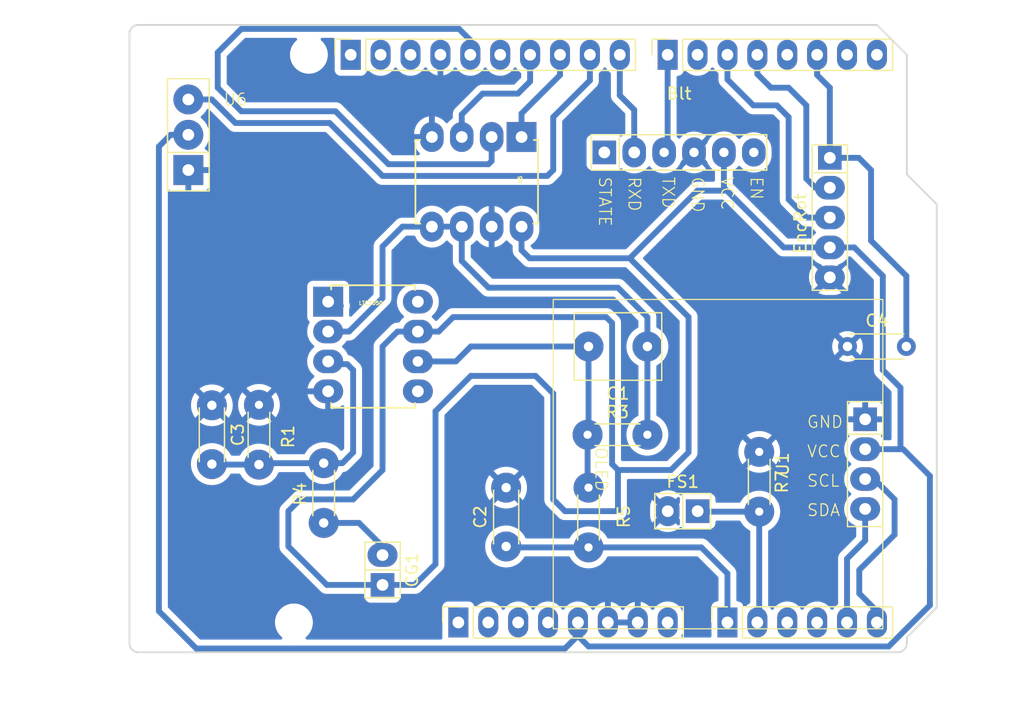
<source format=kicad_pcb>
(kicad_pcb (version 20241229) (generator "pcbnew") (generator_version "9.0")
  (title_block (title "Empreinte PCB") (date "mar. 31 mars 2015") (rev "1.6") (company "INSA Toulouse (DUBREUIL-HOLM-TRUONG)"))
  (layers (0 "F.Cu" signal) (2 "B.Cu" signal) (13 "F.Paste" user) (15 "B.Paste" user) (5 "F.SilkS" user "F.Silkscreen") (7 "B.SilkS" user "B.Silkscreen") (1 "F.Mask" user) (3 "B.Mask" user) (25 "Edge.Cuts" user))
  (net 0 "")
  (net 1 "GND")
  (net 3 "+5V")
  (net 4 "/IOREF")
  (net 5 "Sortie Capteur")
  (net 6 "/A2")
  (net 7 "/A3")
  (net 8 "/AREF")
  (net 9 "/12")
  (net 10 "/*6")
  (net 11 "/TX{slash}1")
  (net 12 "/*3")
  (net 13 "/RX{slash}0")
  (net 14 "+3V3")
  (net 15 "VCC")
  (net 16 "/~{RESET}")
  (net 17 "TXD")
  (net 18 "SCL")
  (net 19 "RXD")
  (net 20 "SDA")
  (net 23 "CLK")
  (net 24 "DT")
  (net 25 "SW")
  (net 26 "ADC")
  (net 27 "SDI")
  (net 28 "SCK")
  (net 29 "SS")
  (net 30 "/A5")
  (net 31 "/A4")
  (net 32 "Net-(LTC1050-OUT)")
  (net 33 "Net-(LTC1050-+IN)")
  (net 34 "PWR")
  (net 36 "unconnected-(LTC1050-NC-Pad8)")
  (net 37 "unconnected-(LTC1050-NC_2-Pad1)")
  (net 38 "FS")
  (net 39 "Net-(LTC1050--IN)")
  (footprint "Connector_PinSocket_2.54mm:PinSocket_1x08_P2.54mm_Vertical" (layer "F.Cu") (at 127.94 97.46 90)
    (property "Reference" "J1" (hide yes))
    (property "Value" "Power")
    (fp_line (start 1.33 -1.33) (end 1.33 0) (stroke (width 0.12)) (layer "F.SilkS"))
    (fp_line (start 0 -1.33) (end 1.33 -1.33) (stroke (width 0.12)) (layer "F.SilkS"))
    (fp_line (start 1.33 1.27) (end 1.33 19.11) (stroke (width 0.12)) (layer "F.SilkS"))
    (fp_line (start -1.33 1.27) (end 1.33 1.27) (stroke (width 0.12)) (layer "F.SilkS"))
    (fp_line (start -1.33 1.27) (end -1.33 19.11) (stroke (width 0.12)) (layer "F.SilkS"))
    (fp_line (start -1.33 19.11) (end 1.33 19.11) (stroke (width 0.12)) (layer "F.SilkS"))
    (pad "1" thru_hole rect (at 0 0 90) (size 2.54 1.7) (drill 1) (layers "*.Cu" "*.Mask"))
    (pad "2" thru_hole oval (at 0 2.54 90) (size 2.54 1.7) (drill 1) (layers "*.Cu" "*.Mask") (net 4 "/IOREF"))
    (pad "3" thru_hole oval (at 0 5.08 90) (size 2.54 1.7) (drill 1) (layers "*.Cu" "*.Mask") (net 16 "/~{RESET}"))
    (pad "4" thru_hole oval (at 0 7.62 90) (size 2.54 1.7) (drill 1) (layers "*.Cu" "*.Mask") (net 14 "+3V3"))
    (pad "5" thru_hole oval (at 0 10.16 90) (size 2.54 1.7) (drill 1) (layers "*.Cu" "*.Mask") (net 3 "+5V"))
    (pad "6" thru_hole oval (at 0 12.7 90) (size 2.54 1.7) (drill 1) (layers "*.Cu" "*.Mask") (net 1 "GND"))
    (pad "7" thru_hole oval (at 0 15.24 90) (size 2.54 1.7) (drill 1) (layers "*.Cu" "*.Mask") (net 1 "GND"))
    (pad "8" thru_hole oval (at 0 17.78 90) (size 2.54 1.7) (drill 1) (layers "*.Cu" "*.Mask") (net 15 "VCC"))
  )
  (footprint "Connector_PinSocket_2.54mm:PinSocket_1x06_P2.54mm_Vertical" (layer "F.Cu") (at 150.8 97.46 90)
    (property "Reference" "J3" (hide yes))
    (property "Value" "Analog")
    (fp_line (start 1.33 -1.33) (end 1.33 0) (stroke (width 0.12)) (layer "F.SilkS"))
    (fp_line (start 0 -1.33) (end 1.33 -1.33) (stroke (width 0.12)) (layer "F.SilkS"))
    (fp_line (start 1.33 1.27) (end 1.33 14.03) (stroke (width 0.12)) (layer "F.SilkS"))
    (fp_line (start -1.33 1.27) (end 1.33 1.27) (stroke (width 0.12)) (layer "F.SilkS"))
    (fp_line (start -1.33 1.27) (end -1.33 14.03) (stroke (width 0.12)) (layer "F.SilkS"))
    (fp_line (start -1.33 14.03) (end 1.33 14.03) (stroke (width 0.12)) (layer "F.SilkS"))
    (pad "1" thru_hole rect (at 0 0 90) (size 2.54 1.7) (drill 1) (layers "*.Cu" "*.Mask") (net 26 "ADC"))
    (pad "2" thru_hole oval (at 0 2.54 90) (size 2.54 1.7) (drill 1) (layers "*.Cu" "*.Mask") (net 38 "FS"))
    (pad "3" thru_hole oval (at 0 5.08 90) (size 2.54 1.7) (drill 1) (layers "*.Cu" "*.Mask") (net 6 "/A2"))
    (pad "4" thru_hole oval (at 0 7.62 90) (size 2.54 1.7) (drill 1) (layers "*.Cu" "*.Mask") (net 7 "/A3"))
    (pad "5" thru_hole oval (at 0 10.16 90) (size 2.54 1.7) (drill 1) (layers "*.Cu" "*.Mask") (net 20 "SDA"))
    (pad "6" thru_hole oval (at 0 12.7 90) (size 2.54 1.7) (drill 1) (layers "*.Cu" "*.Mask") (net 18 "SCL"))
  )
  (footprint "Connector_PinSocket_2.54mm:PinSocket_1x10_P2.54mm_Vertical" (layer "F.Cu") (at 118.796 49.2 90)
    (property "Reference" "J2" (hide yes))
    (property "Value" "Digital/PWM")
    (fp_line (start 1.33 -1.33) (end 1.33 0) (stroke (width 0.12)) (layer "F.SilkS"))
    (fp_line (start 0 -1.33) (end 1.33 -1.33) (stroke (width 0.12)) (layer "F.SilkS"))
    (fp_line (start 1.33 1.27) (end 1.33 24.19) (stroke (width 0.12)) (layer "F.SilkS"))
    (fp_line (start -1.33 1.27) (end 1.33 1.27) (stroke (width 0.12)) (layer "F.SilkS"))
    (fp_line (start -1.33 1.27) (end -1.33 24.19) (stroke (width 0.12)) (layer "F.SilkS"))
    (fp_line (start -1.33 24.19) (end 1.33 24.19) (stroke (width 0.12)) (layer "F.SilkS"))
    (pad "1" thru_hole rect (at 0 0 90) (size 2.54 1.7) (drill 1) (layers "*.Cu" "*.Mask") (net 30 "/A5"))
    (pad "2" thru_hole oval (at 0 2.54 90) (size 2.54 1.7) (drill 1) (layers "*.Cu" "*.Mask") (net 31 "/A4"))
    (pad "3" thru_hole oval (at 0 5.08 90) (size 2.54 1.7) (drill 1) (layers "*.Cu" "*.Mask") (net 8 "/AREF"))
    (pad "4" thru_hole oval (at 0 7.62 90) (size 2.54 1.7) (drill 1) (layers "*.Cu" "*.Mask") (net 1 "GND"))
    (pad "5" thru_hole oval (at 0 10.16 90) (size 2.54 1.7) (drill 1) (layers "*.Cu" "*.Mask") (net 28 "SCK"))
    (pad "6" thru_hole oval (at 0 12.7 90) (size 2.54 1.7) (drill 1) (layers "*.Cu" "*.Mask") (net 9 "/12"))
    (pad "7" thru_hole oval (at 0 15.24 90) (size 2.54 1.7) (drill 1) (layers "*.Cu" "*.Mask") (net 27 "SDI"))
    (pad "8" thru_hole oval (at 0 17.78 90) (size 2.54 1.7) (drill 1) (layers "*.Cu" "*.Mask") (net 29 "SS"))
    (pad "9" thru_hole oval (at 0 20.32 90) (size 2.54 1.7) (drill 1) (layers "*.Cu" "*.Mask") (net 34 "PWR"))
    (pad "10" thru_hole oval (at 0 22.86 90) (size 2.54 1.7) (drill 1) (layers "*.Cu" "*.Mask") (net 19 "RXD"))
  )
  (footprint "Connector_PinSocket_2.54mm:PinSocket_1x08_P2.54mm_Vertical" (layer "F.Cu") (at 145.72 49.2 90)
    (property "Reference" "J4" (hide yes))
    (property "Value" "Digital/PWM")
    (fp_line (start 1.33 -1.33) (end 1.33 0) (stroke (width 0.12)) (layer "F.SilkS"))
    (fp_line (start 0 -1.33) (end 1.33 -1.33) (stroke (width 0.12)) (layer "F.SilkS"))
    (fp_line (start 1.33 1.27) (end 1.33 19.11) (stroke (width 0.12)) (layer "F.SilkS"))
    (fp_line (start -1.33 1.27) (end 1.33 1.27) (stroke (width 0.12)) (layer "F.SilkS"))
    (fp_line (start -1.33 1.27) (end -1.33 19.11) (stroke (width 0.12)) (layer "F.SilkS"))
    (fp_line (start -1.33 19.11) (end 1.33 19.11) (stroke (width 0.12)) (layer "F.SilkS"))
    (pad "1" thru_hole rect (at 0 0 90) (size 2.54 1.7) (drill 1) (layers "*.Cu" "*.Mask") (net 17 "TXD"))
    (pad "2" thru_hole oval (at 0 2.54 90) (size 2.54 1.7) (drill 1) (layers "*.Cu" "*.Mask") (net 10 "/*6"))
    (pad "3" thru_hole oval (at 0 5.08 90) (size 2.54 1.7) (drill 1) (layers "*.Cu" "*.Mask") (net 25 "SW"))
    (pad "4" thru_hole oval (at 0 7.62 90) (size 2.54 1.7) (drill 1) (layers "*.Cu" "*.Mask") (net 24 "DT"))
    (pad "5" thru_hole oval (at 0 10.16 90) (size 2.54 1.7) (drill 1) (layers "*.Cu" "*.Mask") (net 12 "/*3"))
    (pad "6" thru_hole oval (at 0 12.7 90) (size 2.54 1.7) (drill 1) (layers "*.Cu" "*.Mask") (net 23 "CLK"))
    (pad "7" thru_hole oval (at 0 15.24 90) (size 2.54 1.7) (drill 1) (layers "*.Cu" "*.Mask") (net 11 "/TX{slash}1"))
    (pad "8" thru_hole oval (at 0 17.78 90) (size 2.54 1.7) (drill 1) (layers "*.Cu" "*.Mask") (net 13 "/RX{slash}0"))
  )
  (footprint "My_footprints_Librairy:MCP4110" (layer "F.Cu") (at 125.69 63.81 -90)
    (property "Reference" "U5" (at -4 -7.5 90) (layer "F.SilkS") (effects (font (size 0.314961 0.314961) (thickness 0.07874))))
    (property "Value" "MCP41100")
    (fp_line (start -7.366 1.397) (end -0.254 1.397) (stroke (width 0.1524)) (layer "F.SilkS"))
    (fp_line (start -0.254 1.397) (end -0.254 0.9906) (stroke (width 0.1524)) (layer "F.SilkS"))
    (fp_line (start -7.366 0.9906) (end -7.366 1.397) (stroke (width 0.1524)) (layer "F.SilkS"))
    (fp_line (start -0.254 -8.6106) (end -0.254 -9.017) (stroke (width 0.1524)) (layer "F.SilkS"))
    (fp_line (start -7.366 -9.017) (end -7.366 -8.6614) (stroke (width 0.1524)) (layer "F.SilkS"))
    (fp_line (start -0.254 -9.017) (end -7.366 -9.017) (stroke (width 0.1524)) (layer "F.SilkS"))
    (pad "1" thru_hole rect (at -7.62 -7.62 270) (size 2.54 2.54) (drill 1) (layers "*.Cu" "*.Mask") (net 29 "SS"))
    (pad "2" thru_hole oval (at -7.62 -5.08 270) (size 2.54 2) (drill 1) (layers "*.Cu" "*.Mask") (net 28 "SCK"))
    (pad "3" thru_hole oval (at -7.62 -2.54 270) (size 2.54 2) (drill 1) (layers "*.Cu" "*.Mask") (net 27 "SDI"))
    (pad "4" thru_hole oval (at -7.62 0 270) (size 2.54 2) (drill 1) (layers "*.Cu" "*.Mask") (net 1 "GND"))
    (pad "5" thru_hole oval (at 0 0 270) (size 2.54 2) (drill 1) (layers "*.Cu" "*.Mask") (net 39 "Net-(LTC1050--IN)"))
    (pad "6" thru_hole oval (at 0 -2.54 270) (size 2.54 2) (drill 1) (layers "*.Cu" "*.Mask") (net 39 "Net-(LTC1050--IN)"))
    (pad "7" thru_hole oval (at 0 -5.08 270) (size 2.54 2) (drill 1) (layers "*.Cu" "*.Mask") (net 1 "GND"))
    (pad "8" thru_hole oval (at 0 -7.62 270) (size 2.54 2) (drill 1) (layers "*.Cu" "*.Mask") (net 3 "+5V"))
  )
  (footprint "emprente:ENCODEUR ROTATION" (layer "F.Cu") (at 159.5 63.04 -90)
    (property "Reference" "EncRot" (at 0.5 2.5 90) (layer "F.SilkS"))
    (property "Value" "~")
    (fp_line (start -6.18 1.5) (end -6.18 -1.5) (stroke (width 0.12)) (layer "F.SilkS"))
    (fp_line (start 6.18 1.5) (end -6.18 1.5) (stroke (width 0.12)) (layer "F.SilkS"))
    (fp_line (start -6.18 -1.5) (end 6.18 -1.5) (stroke (width 0.12)) (layer "F.SilkS"))
    (fp_line (start -3.81 -1.5) (end -3.81 1.5) (stroke (width 0.12)) (layer "F.SilkS"))
    (fp_line (start 6.18 -1.5) (end 6.18 1.5) (stroke (width 0.12)) (layer "F.SilkS"))
    (pad "1" thru_hole rect (at -5.08 0 270) (size 2 2) (drill 1) (layers "*.Cu" "*.Mask") (net 23 "CLK"))
    (pad "2" thru_hole oval (at -2.54 0 270) (size 2 2.54) (drill 1) (layers "*.Cu" "*.Mask") (net 24 "DT"))
    (pad "3" thru_hole oval (at 0 0 270) (size 2 2.54) (drill 1) (layers "*.Cu" "*.Mask") (net 25 "SW"))
    (pad "4" thru_hole oval (at 2.54 0 270) (size 2 2.54) (drill 1) (layers "*.Cu" "*.Mask") (net 3 "+5V"))
    (pad "5" thru_hole oval (at 5.08 0 270) (size 2 2.54) (drill 1) (layers "*.Cu" "*.Mask") (net 1 "GND"))
  )
  (footprint "My_footprints_Librairy:SIP-2" (layer "F.Cu") (at 121.5 93 90)
    (property "Reference" "CG1" (at 0 2.5 90) (layer "F.SilkS"))
    (property "Value" "~")
    (fp_line (start 2.37 -1.5) (end 2.37 1.5) (stroke (width 0.12)) (layer "F.SilkS"))
    (fp_line (start 0 -1.5) (end 0 1.5) (stroke (width 0.12)) (layer "F.SilkS"))
    (fp_line (start -2.37 -1.5) (end 2.37 -1.5) (stroke (width 0.12)) (layer "F.SilkS"))
    (fp_line (start 2.37 1.5) (end -2.37 1.5) (stroke (width 0.12)) (layer "F.SilkS"))
    (fp_line (start -2.37 1.5) (end -2.37 -1.5) (stroke (width 0.12)) (layer "F.SilkS"))
    (pad "1" thru_hole rect (at -1.27 0 90) (size 2 2) (drill 1) (layers "*.Cu" "*.Mask") (net 3 "+5V"))
    (pad "2" thru_hole oval (at 1.27 0 90) (size 2 2.54) (drill 1) (layers "*.Cu" "*.Mask") (net 5 "Sortie Capteur"))
  )
  (footprint "My_footprints_Librairy:SIP-2" (layer "F.Cu") (at 147 88 180)
    (property "Reference" "FS1" (at 0 2.5 0) (layer "F.SilkS"))
    (property "Value" "~")
    (fp_line (start 2.37 1.5) (end -2.37 1.5) (stroke (width 0.12)) (layer "F.SilkS"))
    (fp_line (start 2.37 -1.5) (end 2.37 1.5) (stroke (width 0.12)) (layer "F.SilkS"))
    (fp_line (start 0 -1.5) (end 0 1.5) (stroke (width 0.12)) (layer "F.SilkS"))
    (fp_line (start -2.37 1.5) (end -2.37 -1.5) (stroke (width 0.12)) (layer "F.SilkS"))
    (fp_line (start -2.37 -1.5) (end 2.37 -1.5) (stroke (width 0.12)) (layer "F.SilkS"))
    (pad "1" thru_hole rect (at -1.27 0 180) (size 2 2) (drill 1) (layers "*.Cu" "*.Mask") (net 38 "FS"))
    (pad "2" thru_hole oval (at 1.27 0 180) (size 2 2.54) (drill 1) (layers "*.Cu" "*.Mask") (net 1 "GND"))
  )
  (footprint "Capacitor_THT:C_Rect_L7.2mm_W5.5mm_P5.00mm_FKS2_FKP2_MKS2_MKP2" (layer "F.Cu") (at 144 74 180)
    (property "Reference" "C1" (at 2.5 -4 0) (layer "F.SilkS"))
    (property "Value" "1u")
    (fp_line (start 6.22 -2.87) (end 6.22 2.87) (stroke (width 0.12)) (layer "F.SilkS"))
    (fp_line (start -1.22 2.87) (end 6.22 2.87) (stroke (width 0.12)) (layer "F.SilkS"))
    (fp_line (start -1.22 -2.87) (end 6.22 -2.87) (stroke (width 0.12)) (layer "F.SilkS"))
    (fp_line (start -1.22 -2.87) (end -1.22 2.87) (stroke (width 0.12)) (layer "F.SilkS"))
    (pad "1" thru_hole circle (at 0 0 180) (size 2.54 2.54) (drill 0.8) (layers "*.Cu" "*.Mask") (net 39 "Net-(LTC1050--IN)"))
    (pad "2" thru_hole circle (at 5 0 180) (size 2.54 2.54) (drill 0.8) (layers "*.Cu" "*.Mask") (net 32 "Net-(LTC1050-OUT)"))
  )
  (footprint "Arduino_MountingHole:MountingHole_3.2mm" (layer "F.Cu") (at 115.24 49.2)
    (property "Reference" "MH1" (hide yes))
    (property "Value" "MountingHole_3.2mm" (hide yes))
    (pad "" np_thru_hole circle (at 0 0) (size 3.2 3.2) (drill 3.2) (layers "*.Cu" "*.Mask"))
  )
  (footprint "Resistor_THT:R_Axial_DIN0204_L3.6mm_D1.6mm_P5.08mm_Horizontal" (layer "F.Cu") (at 111 78.96 -90)
    (property "Reference" "R1" (at 2.705 -2.48 90) (layer "F.SilkS"))
    (property "Value" "100k")
    (fp_line (start 0.62 0.92) (end 4.46 0.92) (stroke (width 0.12)) (layer "F.SilkS"))
    (fp_line (start 0.62 -0.92) (end 4.46 -0.92) (stroke (width 0.12)) (layer "F.SilkS"))
    (pad "1" thru_hole circle (at 0 0 270) (size 2.54 2.54) (drill 0.7) (layers "*.Cu" "*.Mask") (net 1 "GND"))
    (pad "2" thru_hole circle (at 5.08 0 270) (size 2.54 2.54) (drill 0.8) (layers "*.Cu" "*.Mask") (net 33 "Net-(LTC1050-+IN)"))
  )
  (footprint "Capacitor_THT:C_Disc_D4.3mm_W1.9mm_P5.00mm" (layer "F.Cu") (at 107 79 -90)
    (property "Reference" "C3" (at 2.5 -2.2 270) (layer "F.SilkS"))
    (property "Value" "100n")
    (fp_line (start 0.23 1.07) (end 4.77 1.07) (stroke (width 0.12)) (layer "F.SilkS"))
    (fp_line (start 0.23 1.055) (end 0.23 1.07) (stroke (width 0.12)) (layer "F.SilkS"))
    (fp_line (start 4.77 1.055) (end 4.77 1.07) (stroke (width 0.12)) (layer "F.SilkS"))
    (fp_line (start 0.23 -1.07) (end 0.23 -1.055) (stroke (width 0.12)) (layer "F.SilkS"))
    (fp_line (start 0.23 -1.07) (end 4.77 -1.07) (stroke (width 0.12)) (layer "F.SilkS"))
    (fp_line (start 4.77 -1.07) (end 4.77 -1.055) (stroke (width 0.12)) (layer "F.SilkS"))
    (pad "1" thru_hole circle (at 0 0 270) (size 2.54 2.54) (drill 0.8) (layers "*.Cu" "*.Mask") (net 1 "GND"))
    (pad "2" thru_hole circle (at 5 0 270) (size 2.54 2.54) (drill 0.8) (layers "*.Cu" "*.Mask") (net 33 "Net-(LTC1050-+IN)"))
  )
  (footprint "Resistor_THT:R_Axial_DIN0204_L3.6mm_D1.6mm_P5.08mm_Horizontal" (layer "F.Cu") (at 116.5 89 90)
    (property "Reference" "R4" (at 2.46 -2 90) (layer "F.SilkS"))
    (property "Value" "10k")
    (fp_line (start 0.62 -0.92) (end 4.46 -0.92) (stroke (width 0.12)) (layer "F.SilkS"))
    (fp_line (start 0.62 0.92) (end 4.46 0.92) (stroke (width 0.12)) (layer "F.SilkS"))
    (pad "1" thru_hole circle (at 0 0 90) (size 2.54 2.54) (drill 0.8) (layers "*.Cu" "*.Mask") (net 5 "Sortie Capteur"))
    (pad "2" thru_hole circle (at 5.08 0 90) (size 2.54 2.54) (drill 0.8) (layers "*.Cu" "*.Mask") (net 33 "Net-(LTC1050-+IN)"))
  )
  (footprint "emprente:BLUETOOTH2" (layer "F.Cu") (at 146.69 57.5)
    (property "Reference" "Blt" (at 0 -5 0) (layer "F.SilkS"))
    (property "Value" "~")
    (fp_line (start -7.45 -1.5) (end 7.45 -1.5) (stroke (width 0.12)) (layer "F.SilkS"))
    (fp_line (start -7.45 1.5) (end -7.45 -1.5) (stroke (width 0.12)) (layer "F.SilkS"))
    (fp_line (start -5.08 -1.5) (end -5.08 1.5) (stroke (width 0.12)) (layer "F.SilkS"))
    (fp_line (start 7.45 -1.5) (end 7.45 1.5) (stroke (width 0.12)) (layer "F.SilkS"))
    (fp_line (start 7.45 1.5) (end -7.45 1.5) (stroke (width 0.12)) (layer "F.SilkS"))
    (fp_text user "VCC" (at 3.5 2 270) (layer "F.SilkS") (effects (font (thickness 0.1)) (justify left bottom)))
    (fp_text user "RXD" (at -4.38 2 270) (layer "F.SilkS") (effects (font (thickness 0.1)) (justify left bottom)))
    (fp_text user "STATE" (at -6.88 2 270) (layer "F.SilkS") (effects (font (thickness 0.1)) (justify left bottom)))
    (fp_text user "GND" (at 1 2 270) (layer "F.SilkS") (effects (font (thickness 0.1)) (justify left bottom)))
    (fp_text user "TXD" (at -1.5 2 270) (layer "F.SilkS") (effects (font (thickness 0.1)) (justify left bottom)))
    (fp_text user "EN" (at 6 2 270) (layer "F.SilkS") (effects (font (thickness 0.1)) (justify left bottom)))
    (pad "1" thru_hole rect (at -6.35 0) (size 2 2) (drill 1) (layers "*.Cu" "*.Mask"))
    (pad "2" thru_hole oval (at -3.81 0) (size 2 2.54) (drill 1) (layers "*.Cu" "*.Mask") (net 19 "RXD"))
    (pad "3" thru_hole oval (at -1.27 0) (size 2 2.54) (drill 0.8) (layers "*.Cu" "*.Mask") (net 17 "TXD"))
    (pad "4" thru_hole oval (at 1.27 0) (size 2 2.54) (drill 0.8) (layers "*.Cu" "*.Mask") (net 1 "GND"))
    (pad "5" thru_hole oval (at 3.81 0) (size 2 2.54) (drill 0.8) (layers "*.Cu" "*.Mask") (net 3 "+5V"))
    (pad "6" thru_hole oval (at 6.35 0) (size 2 2.4) (drill 0.8) (layers "*.Cu" "*.Mask"))
  )
  (footprint "Capacitor_THT:C_Disc_D4.3mm_W1.9mm_P5.00mm" (layer "F.Cu") (at 161 74)
    (property "Reference" "C4" (at 2.5 -2.2 0) (layer "F.SilkS"))
    (property "Value" "C")
    (fp_line (start 0.23 -1.07) (end 0.23 -1.055) (stroke (width 0.12)) (layer "F.SilkS"))
    (fp_line (start 0.23 -1.07) (end 4.77 -1.07) (stroke (width 0.12)) (layer "F.SilkS"))
    (fp_line (start 0.23 1.055) (end 0.23 1.07) (stroke (width 0.12)) (layer "F.SilkS"))
    (fp_line (start 0.23 1.07) (end 4.77 1.07) (stroke (width 0.12)) (layer "F.SilkS"))
    (fp_line (start 4.77 -1.07) (end 4.77 -1.055) (stroke (width 0.12)) (layer "F.SilkS"))
    (fp_line (start 4.77 1.055) (end 4.77 1.07) (stroke (width 0.12)) (layer "F.SilkS"))
    (pad "1" thru_hole circle (at 0 0) (size 1.6 1.6) (drill 0.8) (layers "*.Cu" "*.Mask") (net 1 "GND"))
    (pad "2" thru_hole circle (at 5 0) (size 1.6 1.6) (drill 0.8) (layers "*.Cu" "*.Mask") (net 23 "CLK"))
  )
  (footprint "emprente:SIP-4" (layer "F.Cu") (at 162.5 84 -90)
    (property "Reference" "U1" (at 0 7 90) (layer "F.SilkS"))
    (property "Value" "~")
    (fp_line (start -5.31 1.5) (end -5.31 -1.5) (stroke (width 0.12)) (layer "F.SilkS"))
    (fp_line (start 5.31 1.5) (end -5.31 1.5) (stroke (width 0.12)) (layer "F.SilkS"))
    (fp_line (start -5.31 -1.5) (end 5.31 -1.5) (stroke (width 0.12)) (layer "F.SilkS"))
    (fp_line (start -2.54 -1.5) (end -2.54 1.5) (stroke (width 0.12)) (layer "F.SilkS"))
    (fp_line (start 5.31 -1.5) (end 5.31 1.5) (stroke (width 0.12)) (layer "F.SilkS"))
    (fp_rect (start -14 -1.5) (end 14 26.5) (stroke (width 0.1)) (fill no) (layer "F.SilkS"))
    (fp_text user "GND" (at -3 5 0) (layer "F.SilkS") (effects (font (thickness 0.1)) (justify left bottom)))
    (fp_text user "SCL" (at 2 5 0) (layer "F.SilkS") (effects (font (thickness 0.1)) (justify left bottom)))
    (fp_text user "SDA" (at 4.5 5 0) (layer "F.SilkS") (effects (font (thickness 0.1)) (justify left bottom)))
    (fp_text user "VCC" (at -0.5 5 0) (layer "F.SilkS") (effects (font (thickness 0.1)) (justify left bottom)))
    (fp_text user "OLED" (at -1.5 23 270) (layer "F.SilkS") (effects (font (thickness 0.1)) (justify left bottom)))
    (pad "1" thru_hole rect (at -3.81 0 270) (size 2 2) (drill 1) (layers "*.Cu" "*.Mask") (net 1 "GND"))
    (pad "2" thru_hole oval (at -1.27 0 270) (size 2 2.54) (drill 1) (layers "*.Cu" "*.Mask") (net 3 "+5V"))
    (pad "3" thru_hole oval (at 1.27 0 270) (size 2 2.54) (drill 1) (layers "*.Cu" "*.Mask") (net 18 "SCL"))
    (pad "4" thru_hole oval (at 3.81 0 270) (size 2 2.54) (drill 1) (layers "*.Cu" "*.Mask") (net 20 "SDA"))
  )
  (footprint "LTC1050ACN8_PBF:PDIP-8_N" (layer "F.Cu") (at 124.5 77.81)
    (property "Reference" "LTC1050" (at -4 -7.5 0) (layer "F.SilkS") (effects (font (size 0.314961 0.314961) (thickness 0.07874))))
    (property "Value" "LTC1050ACN8_PBF")
    (fp_line (start -7.366 -9.017) (end -7.366 -8.6614) (stroke (width 0.1524)) (layer "F.SilkS"))
    (fp_line (start -7.366 0.9906) (end -7.366 1.397) (stroke (width 0.1524)) (layer "F.SilkS"))
    (fp_line (start -7.366 1.397) (end -0.254 1.397) (stroke (width 0.1524)) (layer "F.SilkS"))
    (fp_line (start -0.254 -9.017) (end -7.366 -9.017) (stroke (width 0.1524)) (layer "F.SilkS"))
    (fp_line (start -0.254 -8.6106) (end -0.254 -9.017) (stroke (width 0.1524)) (layer "F.SilkS"))
    (fp_line (start -0.254 1.397) (end -0.254 0.9906) (stroke (width 0.1524)) (layer "F.SilkS"))
    (pad "1" thru_hole rect (at -7.62 -7.62) (size 2.54 2.54) (drill 1) (layers "*.Cu" "*.Mask") (net 37 "unconnected-(LTC1050-NC_2-Pad1)"))
    (pad "2" thru_hole oval (at -7.62 -5.08) (size 2.54 2) (drill 1) (layers "*.Cu" "*.Mask") (net 39 "Net-(LTC1050--IN)"))
    (pad "3" thru_hole oval (at -7.62 -2.54) (size 2.54 2) (drill 1) (layers "*.Cu" "*.Mask") (net 33 "Net-(LTC1050-+IN)"))
    (pad "4" thru_hole oval (at -7.62 0) (size 2.54 2) (drill 1) (layers "*.Cu" "*.Mask") (net 1 "GND"))
    (pad "5" thru_hole oval (at 0 0) (size 2.54 2) (drill 1) (layers "*.Cu" "*.Mask"))
    (pad "6" thru_hole oval (at 0 -2.54) (size 2.54 2) (drill 0.889) (layers "*.Cu" "*.Mask") (net 32 "Net-(LTC1050-OUT)"))
    (pad "7" thru_hole oval (at 0 -5.08) (size 2.54 2) (drill 1) (layers "*.Cu" "*.Mask") (net 3 "+5V"))
    (pad "8" thru_hole oval (at 0 -7.62) (size 2.54 2) (drill 1) (layers "*.Cu" "*.Mask") (net 36 "unconnected-(LTC1050-NC-Pad8)"))
  )
  (footprint "My_footprints_Librairy:ServomoteureHeader" (layer "F.Cu") (at 105 56 90)
    (property "Reference" "U6" (at 3 4 0) (layer "F.SilkS") (effects (font (thickness 0.1))))
    (property "Value" "~")
    (fp_line (start 4.77 -1.77) (end 4.77 1.77) (stroke (width 0.12)) (layer "F.SilkS"))
    (fp_line (start -1.5 -1.77) (end -1.5 1.77) (stroke (width 0.12)) (layer "F.SilkS"))
    (fp_line (start -4.77 -1.77) (end 4.77 -1.77) (stroke (width 0.12)) (layer "F.SilkS"))
    (fp_line (start 4.77 1.77) (end -4.77 1.77) (stroke (width 0.12)) (layer "F.SilkS"))
    (fp_line (start -4.77 1.77) (end -4.77 -1.77) (stroke (width 0.12)) (layer "F.SilkS"))
    (pad "1" thru_hole rect (at -3 0 90) (size 2.54 2.54) (drill 1) (layers "*.Cu" "*.Mask") (net 1 "GND"))
    (pad "2" thru_hole circle (at 0 0 90) (size 2.54 2.54) (drill 1) (layers "*.Cu" "*.Mask") (net 3 "+5V"))
    (pad "3" thru_hole circle (at 3 0 90) (size 2.54 2.54) (drill 1) (layers "*.Cu" "*.Mask") (net 34 "PWR"))
  )
  (footprint "Arduino_MountingHole:MountingHole_3.2mm" (layer "F.Cu") (at 113.97 97.46)
    (property "Reference" "MH2" (hide yes))
    (property "Value" "MountingHole_3.2mm" (hide yes))
    (pad "" np_thru_hole circle (at 0 0) (size 3.2 3.2) (drill 3.2) (layers "*.Cu" "*.Mask"))
  )
  (footprint "Arduino_MountingHole:MountingHole_3.2mm" (layer "F.Cu") (at 166.04 64.44)
    (property "Reference" "MH3" (hide yes))
    (property "Value" "MountingHole_3.2mm" (hide yes))
    (pad "" np_thru_hole circle (at 0 0) (size 3.2 3.2) (drill 3.2) (layers "*.Cu" "*.Mask"))
  )
  (footprint "Arduino_MountingHole:MountingHole_3.2mm" (layer "F.Cu") (at 166.04 92.38)
    (property "Reference" "MH4" (hide yes))
    (property "Value" "MountingHole_3.2mm" (hide yes))
    (pad "" np_thru_hole circle (at 0 0) (size 3.2 3.2) (drill 3.2) (layers "*.Cu" "*.Mask"))
  )
  (footprint "Resistor_THT:R_Axial_DIN0204_L3.6mm_D1.6mm_P5.08mm_Horizontal" (layer "F.Cu") (at 153.5 82.96 -90)
    (property "Reference" "R7" (at 2.54 -1.92 90) (layer "F.SilkS"))
    (property "Value" "10k")
    (fp_line (start 0.62 0.92) (end 4.46 0.92) (stroke (width 0.12)) (layer "F.SilkS"))
    (fp_line (start 0.62 -0.92) (end 4.46 -0.92) (stroke (width 0.12)) (layer "F.SilkS"))
    (pad "1" thru_hole circle (at 0 0 270) (size 2.54 2.54) (drill 0.7) (layers "*.Cu" "*.Mask") (net 1 "GND"))
    (pad "2" thru_hole circle (at 5.08 0 270) (size 2.54 2.54) (drill 0.7) (layers "*.Cu" "*.Mask") (net 38 "FS"))
  )
  (footprint "Resistor_THT:R_Axial_DIN0204_L3.6mm_D1.6mm_P5.08mm_Horizontal" (layer "F.Cu") (at 138.92 81.5)
    (property "Reference" "R3" (at 2.54 -1.92 0) (layer "F.SilkS"))
    (property "Value" "100k")
    (fp_line (start 0.62 -0.92) (end 4.46 -0.92) (stroke (width 0.12)) (layer "F.SilkS"))
    (fp_line (start 0.62 0.92) (end 4.46 0.92) (stroke (width 0.12)) (layer "F.SilkS"))
    (pad "1" thru_hole circle (at 0 0) (size 2.54 2.54) (drill 0.7) (layers "*.Cu" "*.Mask") (net 32 "Net-(LTC1050-OUT)"))
    (pad "2" thru_hole circle (at 5.08 0) (size 2.54 2.54) (drill 0.7) (layers "*.Cu" "*.Mask") (net 39 "Net-(LTC1050--IN)"))
  )
  (footprint "Capacitor_THT:C_Disc_D4.3mm_W1.9mm_P5.00mm" (layer "F.Cu") (at 132 91 90)
    (property "Reference" "C2" (at 2.5 -2.2 90) (layer "F.SilkS"))
    (property "Value" "100n")
    (fp_line (start 4.77 -1.07) (end 4.77 -1.055) (stroke (width 0.12)) (layer "F.SilkS"))
    (fp_line (start 0.23 -1.07) (end 4.77 -1.07) (stroke (width 0.12)) (layer "F.SilkS"))
    (fp_line (start 0.23 -1.07) (end 0.23 -1.055) (stroke (width 0.12)) (layer "F.SilkS"))
    (fp_line (start 4.77 1.055) (end 4.77 1.07) (stroke (width 0.12)) (layer "F.SilkS"))
    (fp_line (start 0.23 1.055) (end 0.23 1.07) (stroke (width 0.12)) (layer "F.SilkS"))
    (fp_line (start 0.23 1.07) (end 4.77 1.07) (stroke (width 0.12)) (layer "F.SilkS"))
    (pad "1" thru_hole circle (at 0 0 90) (size 2.54 2.54) (drill 0.8) (layers "*.Cu" "*.Mask") (net 26 "ADC"))
    (pad "2" thru_hole circle (at 5 0 90) (size 2.54 2.54) (drill 0.8) (layers "*.Cu" "*.Mask") (net 1 "GND"))
  )
  (footprint "Resistor_THT:R_Axial_DIN0204_L3.6mm_D1.6mm_P5.08mm_Horizontal" (layer "F.Cu") (at 139 86 -90)
    (property "Reference" "R5" (at 2.46 -3 90) (layer "F.SilkS"))
    (property "Value" "1k")
    (fp_line (start 0.62 0.92) (end 4.46 0.92) (stroke (width 0.12)) (layer "F.SilkS"))
    (fp_line (start 0.62 -0.92) (end 4.46 -0.92) (stroke (width 0.12)) (layer "F.SilkS"))
    (pad "1" thru_hole circle (at 0 0 270) (size 2.54 2.54) (drill 0.7) (layers "*.Cu" "*.Mask") (net 32 "Net-(LTC1050-OUT)"))
    (pad "2" thru_hole circle (at 5.08 0 270) (size 2.54 2.54) (drill 0.7) (layers "*.Cu" "*.Mask") (net 26 "ADC"))
  )
  (gr_line (start 166.04 59.36) (end 168.58 61.9) (stroke (width 0.15)) (layer "Edge.Cuts"))
  (gr_line (start 100 99.238) (end 100 47.184) (stroke (width 0.15)) (layer "Edge.Cuts"))
  (gr_line (start 168.58 61.9) (end 168.58 96.19) (stroke (width 0.15)) (layer "Edge.Cuts"))
  (gr_line (start 165.278 100) (end 100.762 100) (stroke (width 0.15)) (layer "Edge.Cuts"))
  (gr_line (start 100.762 46.66) (end 163.5 46.66) (stroke (width 0.15)) (layer "Edge.Cuts"))
  (gr_arc (start 100.762 100) (mid 100.223185 99.776815) (end 100 99.238) (stroke (width 0.15)) (layer "Edge.Cuts"))
  (gr_line (start 168.58 96.19) (end 166.04 98.73) (stroke (width 0.15)) (layer "Edge.Cuts"))
  (gr_line (start 163.5 46.66) (end 166.04 49.2) (stroke (width 0.15)) (layer "Edge.Cuts"))
  (gr_arc (start 166.04 99.238) (mid 165.816815 99.776815) (end 165.278 100) (stroke (width 0.15)) (layer "Edge.Cuts"))
  (gr_line (start 166.04 49.2) (end 166.04 59.36) (stroke (width 0.15)) (layer "Edge.Cuts"))
  (gr_line (start 166.04 98.73) (end 166.04 99.238) (stroke (width 0.15)) (layer "Edge.Cuts"))
  (gr_arc (start 100 47.422) (mid 100.223185 46.883185) (end 100.762 46.66) (stroke (width 0.15)) (layer "Edge.Cuts"))
  (segment (start 127 49.784) (end 126.416 49.2) (width 0.25) (layer "B.Cu") (net 1))
  (segment (start 150.75 60.75) (end 148.25 60.75) (width 0.5) (layer "B.Cu") (net 3))
  (segment (start 147.5 83) (end 147.5 71.5) (width 0.5) (layer "B.Cu") (net 3))
  (segment (start 122.77 72.73) (end 124.5 72.73) (width 0.5) (layer "B.Cu") (net 3))
  (segment (start 141.5 84.5) (end 146 84.5) (width 0.5) (layer "B.Cu") (net 3))
  (segment (start 150.5 57.5) (end 150.5 60.5) (width 0.5) (layer "B.Cu") (net 3))
  (segment (start 124.23 94.27) (end 121.5 94.27) (width 0.5) (layer "B.Cu") (net 3))
  (segment (start 134 66.5) (end 133.31 65.81) (width 0.5) (layer "B.Cu") (net 3))
  (segment (start 141.5 88) (end 137 88) (width 0.5) (layer "B.Cu") (net 3))
  (segment (start 136 78) (end 134.5 76.5) (width 0.5) (layer "B.Cu") (net 3))
  (segment (start 139 99.5) (end 138.1 98.6) (width 0.5) (layer "B.Cu") (net 3))
  (segment (start 165.5 82.73) (end 165.5 77.5) (width 0.5) (layer "B.Cu") (net 3))
  (segment (start 164.5 99.5) (end 139 99.5) (width 0.5) (layer "B.Cu") (net 3))
  (segment (start 114.5 87) (end 119 87) (width 0.5) (layer "B.Cu") (net 3))
  (segment (start 127.5 71.5) (end 140.5 71.5) (width 0.5) (layer "B.Cu") (net 3))
  (segment (start 150.5 60.5) (end 150.75 60.75) (width 0.5) (layer "B.Cu") (net 3))
  (segment (start 105 56) (end 103.5 56) (width 0.5) (layer "B.Cu") (net 3))
  (segment (start 138.1 98.574) (end 138.1 97.46) (width 0.5) (layer "B.Cu") (net 3))
  (segment (start 165.5 77.5) (end 164 76) (width 0.5) (layer "B.Cu") (net 3))
  (segment (start 103.5 56) (end 102.5 57) (width 0.5) (layer "B.Cu") (net 3))
  (segment (start 121.5 84.5) (end 121.5 74) (width 0.5) (layer "B.Cu") (net 3))
  (segment (start 165.73 82.73) (end 168 85) (width 0.5) (layer "B.Cu") (net 3))
  (segment (start 164 76) (end 164 68) (width 0.5) (layer "B.Cu") (net 3))
  (segment (start 150.75 60.75) (end 155.58 65.58) (width 0.5) (layer "B.Cu") (net 3))
  (segment (start 148.25 60.75) (end 142.5 66.5) (width 0.5) (layer "B.Cu") (net 3))
  (segment (start 136 87) (end 136 78) (width 0.5) (layer "B.Cu") (net 3))
  (segment (start 146 84.5) (end 147.5 83) (width 0.5) (layer "B.Cu") (net 3))
  (segment (start 147.5 71.5) (end 142.5 66.5) (width 0.5) (layer "B.Cu") (net 3))
  (segment (start 126 79.5) (end 126 92.5) (width 0.5) (layer "B.Cu") (net 3))
  (segment (start 159.5 65.58) (end 161.58 65.58) (width 0.5) (layer "B.Cu") (net 3))
  (segment (start 121.5 74) (end 122.77 72.73) (width 0.5) (layer "B.Cu") (net 3))
  (segment (start 116.77 94.27) (end 113.5 91) (width 0.5) (layer "B.Cu") (net 3))
  (segment (start 168 85) (end 168 96) (width 0.5) (layer "B.Cu") (net 3))
  (segment (start 164 68) (end 161.58 65.58) (width 0.5) (layer "B.Cu") (net 3))
  (segment (start 121.5 94.27) (end 116.77 94.27) (width 0.5) (layer "B.Cu") (net 3))
  (segment (start 165.73 82.73) (end 165.5 82.73) (width 0.5) (layer "B.Cu") (net 3))
  (segment (start 129 76.5) (end 126 79.5) (width 0.5) (layer "B.Cu") (net 3))
  (segment (start 105.674 99.674) (end 137 99.674) (width 0.5) (layer "B.Cu") (net 3))
  (segment (start 168 96) (end 164.5 99.5) (width 0.5) (layer "B.Cu") (net 3))
  (segment (start 165.5 82.73) (end 162.5 82.73) (width 0.5) (layer "B.Cu") (net 3))
  (segment (start 119 87) (end 121.5 84.5) (width 0.5) (layer "B.Cu") (net 3))
  (segment (start 102.5 96.5) (end 105.674 99.674) (width 0.5) (layer "B.Cu") (net 3))
  (segment (start 155.58 65.58) (end 159.5 65.58) (width 0.5) (layer "B.Cu") (net 3))
  (segment (start 141 72) (end 141 84) (width 0.5) (layer "B.Cu") (net 3))
  (segment (start 113.5 91) (end 113.5 88) (width 0.5) (layer "B.Cu") (net 3))
  (segment (start 138.1 98.6) (end 138.1 97.46) (width 0.5) (layer "B.Cu") (net 3))
  (segment (start 102.5 57) (end 102.5 96.5) (width 0.5) (layer "B.Cu") (net 3))
  (segment (start 150.5 57.5) (end 150.5 56.69) (width 0.5) (layer "B.Cu") (net 3))
  (segment (start 137 99.674) (end 138.1 98.574) (width 0.5) (layer "B.Cu") (net 3))
  (segment (start 142.5 66.5) (end 134 66.5) (width 0.5) (layer "B.Cu") (net 3))
  (segment (start 124.5 72.73) (end 126.27 72.73) (width 0.5) (layer "B.Cu") (net 3))
  (segment (start 137 88) (end 136 87) (width 0.5) (layer "B.Cu") (net 3))
  (segment (start 126.27 72.73) (end 127.5 71.5) (width 0.5) (layer "B.Cu") (net 3))
  (segment (start 150.5 57.5) (end 150.5 58.5) (width 0.5) (layer "B.Cu") (net 3))
  (segment (start 134.5 76.5) (end 129 76.5) (width 0.5) (layer "B.Cu") (net 3))
  (segment (start 141.5 84.5) (end 141.5 88) (width 0.5) (layer "B.Cu") (net 3))
  (segment (start 113.5 88) (end 114.5 87) (width 0.5) (layer "B.Cu") (net 3))
  (segment (start 138.5 97.86) (end 138.1 97.46) (width 0.25) (layer "B.Cu") (net 3))
  (segment (start 133.31 65.81) (end 133.31 63.81) (width 0.5) (layer "B.Cu") (net 3))
  (segment (start 126 92.5) (end 124.23 94.27) (width 0.5) (layer "B.Cu") (net 3))
  (segment (start 141 84) (end 141.5 84.5) (width 0.5) (layer "B.Cu") (net 3))
  (segment (start 140.5 71.5) (end 141 72) (width 0.5) (layer "B.Cu") (net 3))
  (segment (start 121.5 91) (end 119.5 89) (width 0.5) (layer "B.Cu") (net 5))
  (segment (start 119.5 89) (end 116.5 89) (width 0.5) (layer "B.Cu") (net 5))
  (segment (start 121.5 91.73) (end 121.5 91) (width 0.5) (layer "B.Cu") (net 5))
  (segment (start 116.73 89.23) (end 116.5 89) (width 0.5) (layer "B.Cu") (net 5))
  (segment (start 145.72 49.2) (end 145.72 57.2) (width 0.5) (layer "B.Cu") (net 17))
  (segment (start 145.41 57.49) (end 145.42 57.5) (width 0.5) (layer "B.Cu") (net 17))
  (segment (start 145.72 57.2) (end 145.42 57.5) (width 0.5) (layer "B.Cu") (net 17))
  (segment (start 165 90) (end 165 87) (width 0.5) (layer "B.Cu") (net 18))
  (segment (start 163.5 97.46) (end 163 96.96) (width 0.5) (layer "B.Cu") (net 18))
  (segment (start 165 87) (end 163.27 85.27) (width 0.5) (layer "B.Cu") (net 18))
  (segment (start 162 93) (end 165 90) (width 0.5) (layer "B.Cu") (net 18))
  (segment (start 163.5 97.46) (end 163.5 96.5) (width 0.5) (layer "B.Cu") (net 18))
  (segment (start 162 95) (end 162 93) (width 0.5) (layer "B.Cu") (net 18))
  (segment (start 163.5 96.5) (end 162 95) (width 0.5) (layer "B.Cu") (net 18))
  (segment (start 163.27 85.27) (end 162.5 85.27) (width 0.5) (layer "B.Cu") (net 18))
  (segment (start 141.656 52.656) (end 142.88 53.88) (width 0.5) (layer "B.Cu") (net 19))
  (segment (start 141.46 49.396) (end 141.656 49.2) (width 0.25) (layer "B.Cu") (net 19))
  (segment (start 141.656 49.2) (end 141.656 52.656) (width 0.5) (layer "B.Cu") (net 19))
  (segment (start 142.88 53.88) (end 142.88 57.5) (width 0.5) (layer "B.Cu") (net 19))
  (segment (start 142.2 49.2) (end 141.656 49.2) (width 0.5) (layer "B.Cu") (net 19))
  (segment (start 160.96 92.04) (end 162.5 90.5) (width 0.5) (layer "B.Cu") (net 20))
  (segment (start 162.5 90.5) (end 162.5 87.81) (width 0.5) (layer "B.Cu") (net 20))
  (segment (start 160.96 97.46) (end 160.96 92.04) (width 0.5) (layer "B.Cu") (net 20))
  (segment (start 158.42 50.92) (end 158.42 49.2) (width 0.5) (layer "B.Cu") (net 23))
  (segment (start 161.96 57.96) (end 159.5 57.96) (width 0.5) (layer "B.Cu") (net 23))
  (segment (start 166 68) (end 163 65) (width 0.5) (layer "B.Cu") (net 23))
  (segment (start 158.42 50.92) (end 159.5 52) (width 0.5) (layer "B.Cu") (net 23))
  (segment (start 163 65) (end 163 59) (width 0.5) (layer "B.Cu") (net 23))
  (segment (start 163 59) (end 161.96 57.96) (width 0.5) (layer "B.Cu") (net 23))
  (segment (start 159.5 57.96) (end 159.5 52) (width 0.5) (layer "B.Cu") (net 23))
  (segment (start 166 74) (end 166 68) (width 0.5) (layer "B.Cu") (net 23))
  (segment (start 153.34 50.84) (end 154.5 52) (width 0.5) (layer "B.Cu") (net 24))
  (segment (start 158.27 60.5) (end 157.5 59.73) (width 0.5) (layer "B.Cu") (net 24))
  (segment (start 154.5 52) (end 156 52) (width 0.5) (layer "B.Cu") (net 24))
  (segment (start 159.5 60.5) (end 158.27 60.5) (width 0.5) (layer "B.Cu") (net 24))
  (segment (start 157.5 59.73) (end 157.5 53.5) (width 0.5) (layer "B.Cu") (net 24))
  (segment (start 153.34 49.2) (end 153.34 50.84) (width 0.5) (layer "B.Cu") (net 24))
  (segment (start 156 52) (end 157.5 53.5) (width 0.5) (layer "B.Cu") (net 24))
  (segment (start 153 53.5) (end 155 53.5) (width 0.5) (layer "B.Cu") (net 25))
  (segment (start 156 54.5) (end 156 61.5) (width 0.5) (layer "B.Cu") (net 25))
  (segment (start 155 53.5) (end 156 54.5) (width 0.5) (layer "B.Cu") (net 25))
  (segment (start 157.54 63.04) (end 159.5 63.04) (width 0.5) (layer "B.Cu") (net 25))
  (segment (start 156 61.5) (end 157.54 63.04) (width 0.5) (layer "B.Cu") (net 25))
  (segment (start 150.8 51.3) (end 153 53.5) (width 0.5) (layer "B.Cu") (net 25))
  (segment (start 150.8 49.2) (end 150.8 51.3) (width 0.5) (layer "B.Cu") (net 25))
  (segment (start 150.8 93.3) (end 148.58 91.08) (width 0.5) (layer "B.Cu") (net 26))
  (segment (start 150.8 97.46) (end 150.8 93.3) (width 0.5) (layer "B.Cu") (net 26))
  (segment (start 148.58 91.08) (end 139 91.08) (width 0.5) (layer "B.Cu") (net 26))
  (segment (start 139 91.08) (end 132.08 91.08) (width 0.5) (layer "B.Cu") (net 26))
  (segment (start 132.08 91.08) (end 132 91) (width 0.5) (layer "B.Cu") (net 26))
  (segment (start 134.036 51.464) (end 134.036 49.2) (width 0.5) (layer "B.Cu") (net 27))
  (segment (start 130 52.5) (end 133 52.5) (width 0.5) (layer "B.Cu") (net 27))
  (segment (start 128.23 54.27) (end 130 52.5) (width 0.5) (layer "B.Cu") (net 27))
  (segment (start 133 52.5) (end 134.036 51.464) (width 0.5) (layer "B.Cu") (net 27))
  (segment (start 128.23 56.19) (end 128.23 54.27) (width 0.5) (layer "B.Cu") (net 27))
  (segment (start 122 58.5) (end 117.5 54) (width 0.5) (layer "B.Cu") (net 28))
  (segment (start 107.5 52) (end 107.5 49) (width 0.5) (layer "B.Cu") (net 28))
  (segment (start 130.77 58.23) (end 130.5 58.5) (width 0.5) (layer "B.Cu") (net 28))
  (segment (start 128.956 47.956) (end 128.956 49.2) (width 0.5) (layer "B.Cu") (net 28))
  (segment (start 130.5 58.5) (end 122 58.5) (width 0.5) (layer "B.Cu") (net 28))
  (segment (start 109.5 54) (end 107.5 52) (width 0.5) (layer "B.Cu") (net 28))
  (segment (start 107.5 49) (end 109.5 47) (width 0.5) (layer "B.Cu") (net 28))
  (segment (start 130.77 56.19) (end 130.77 58.23) (width 0.5) (layer "B.Cu") (net 28))
  (segment (start 128 47) (end 128.956 47.956) (width 0.5) (layer "B.Cu") (net 28))
  (segment (start 117.5 54) (end 109.5 54) (width 0.5) (layer "B.Cu") (net 28))
  (segment (start 109.5 47) (end 128 47) (width 0.5) (layer "B.Cu") (net 28))
  (segment (start 129.54 49.784) (end 128.956 49.2) (width 0.25) (layer "B.Cu") (net 28))
  (segment (start 133.31 54.19) (end 136.576 50.924) (width 0.5) (layer "B.Cu") (net 29))
  (segment (start 133.31 56.19) (end 133.31 54.19) (width 0.5) (layer "B.Cu") (net 29))
  (segment (start 136.576 50.924) (end 136.576 49.2) (width 0.5) (layer "B.Cu") (net 29))
  (segment (start 121.336 49.2) (end 121.2 49.2) (width 0.25) (layer "B.Cu") (net 31))
  (segment (start 121.2 49.2) (end 121 49) (width 0.25) (layer "B.Cu") (net 31))
  (segment (start 139 74) (end 139 81.42) (width 0.5) (layer "B.Cu") (net 32))
  (segment (start 127.73 75.27) (end 129 74) (width 0.5) (layer "B.Cu") (net 32))
  (segment (start 139 81.42) (end 138.92 81.5) (width 0.5) (layer "B.Cu") (net 32))
  (segment (start 138.96 81.42) (end 138.88 81.5) (width 0.25) (layer "B.Cu") (net 32))
  (segment (start 138.92 81.5) (end 138.92 85.92) (width 0.5) (layer "B.Cu") (net 32))
  (segment (start 138.73 74.27) (end 139 74) (width 0.5) (layer "B.Cu") (net 32))
  (segment (start 138.92 85.92) (end 139 86) (width 0.5) (layer "B.Cu") (net 32))
  (segment (start 138.92 74.08) (end 139 74) (width 0.5) (layer "B.Cu") (net 32))
  (segment (start 129 74) (end 139 74) (width 0.5) (layer "B.Cu") (net 32))
  (segment (start 124.5 75.27) (end 127.73 75.27) (width 0.5) (layer "B.Cu") (net 32))
  (segment (start 110.54 84.04) (end 110.5 84) (width 0.25) (layer "B.Cu") (net 33))
  (segment (start 118.5 75.5) (end 119 76) (width 0.5) (layer "B.Cu") (net 33))
  (segment (start 117.11 75.5) (end 118.5 75.5) (width 0.5) (layer "B.Cu") (net 33))
  (segment (start 111.12 83.92) (end 111 84.04) (width 0.5) (layer "B.Cu") (net 33))
  (segment (start 116.5 83.92) (end 111.12 83.92) (width 0.5) (layer "B.Cu") (net 33))
  (segment (start 111 84.04) (end 107.04 84.04) (width 0.5) (layer "B.Cu") (net 33))
  (segment (start 118.08 83.92) (end 116.5 83.92) (width 0.5) (layer "B.Cu") (net 33))
  (segment (start 119 83) (end 118.08 83.92) (width 0.5) (layer "B.Cu") (net 33))
  (segment (start 119 76) (end 119 83) (width 0.5) (layer "B.Cu") (net 33))
  (segment (start 107.04 84.04) (end 107 84) (width 0.5) (layer "B.Cu") (net 33))
  (segment (start 116.88 75.27) (end 117.11 75.5) (width 0.5) (layer "B.Cu") (net 33))
  (segment (start 111 84.04) (end 110.54 84.04) (width 0.25) (layer "B.Cu") (net 33))
  (segment (start 136 59) (end 136 54.5) (width 0.5) (layer "B.Cu") (net 34))
  (segment (start 107 53) (end 109 55) (width 0.5) (layer "B.Cu") (net 34))
  (segment (start 105 53) (end 107 53) (width 0.5) (layer "B.Cu") (net 34))
  (segment (start 109 55) (end 117 55) (width 0.5) (layer "B.Cu") (net 34))
  (segment (start 139.116 51.384) (end 139.116 49.2) (width 0.5) (layer "B.Cu") (net 34))
  (segment (start 136 54.5) (end 139.116 51.384) (width 0.5) (layer "B.Cu") (net 34))
  (segment (start 135.5 59.5) (end 136 59) (width 0.5) (layer "B.Cu") (net 34))
  (segment (start 121.5 59.5) (end 135.5 59.5) (width 0.5) (layer "B.Cu") (net 34))
  (segment (start 117 55) (end 121.5 59.5) (width 0.5) (layer "B.Cu") (net 34))
  (segment (start 124.54 70.5) (end 124.5 70.54) (width 0.5) (layer "B.Cu") (net 36))
  (segment (start 116.88 70.54) (end 117.959999 70.54) (width 0.5) (layer "B.Cu") (net 37))
  (segment (start 117.532 70.54) (end 116.88 70.54) (width 0.25) (layer "B.Cu") (net 37))
  (segment (start 153.5 88.04) (end 148.31 88.04) (width 0.5) (layer "B.Cu") (net 38))
  (segment (start 148.31 88.04) (end 148.27 88) (width 0.5) (layer "B.Cu") (net 38))
  (segment (start 153.5 97.3) (end 153.34 97.46) (width 0.5) (layer "B.Cu") (net 38))
  (segment (start 153.5 88.04) (end 153.5 97.3) (width 0.5) (layer "B.Cu") (net 38))
  (segment (start 121.5 69.88) (end 121.5 65.5) (width 0.5) (layer "B.Cu") (net 39))
  (segment (start 121.5 65.5) (end 123.19 63.81) (width 0.5) (layer "B.Cu") (net 39))
  (segment (start 116.88 72.73) (end 118.65 72.73) (width 0.5) (layer "B.Cu") (net 39))
  (segment (start 125.69 63.81) (end 128.23 63.81) (width 0.5) (layer "B.Cu") (net 39))
  (segment (start 128.23 66.73) (end 128.23 63.81) (width 0.5) (layer "B.Cu") (net 39))
  (segment (start 123.19 63.81) (end 125.69 63.81) (width 0.5) (layer "B.Cu") (net 39))
  (segment (start 144 71.5) (end 141.5 69) (width 0.5) (layer "B.Cu") (net 39))
  (segment (start 144 74) (end 144 71.5) (width 0.5) (layer "B.Cu") (net 39))
  (segment (start 118.65 72.73) (end 121.5 69.88) (width 0.5) (layer "B.Cu") (net 39))
  (segment (start 141.5 69) (end 130.5 69) (width 0.5) (layer "B.Cu") (net 39))
  (segment (start 144 81.5) (end 144 74) (width 0.5) (layer "B.Cu") (net 39))
  (segment (start 130.5 69) (end 128.23 66.73) (width 0.5) (layer "B.Cu") (net 39))
  (zone (net 1) (net_name "GND") (layer "B.Cu") (connect_pads (clearance 0.508)) (min_thickness 0.25) (fill yes (thermal_gap 0.5) (thermal_bridge_width 0.5))
    (polygon (pts (xy 89.5 45) (xy 89 104.5) (xy 175.5 104) (xy 176 45)))
  )
)
</source>
